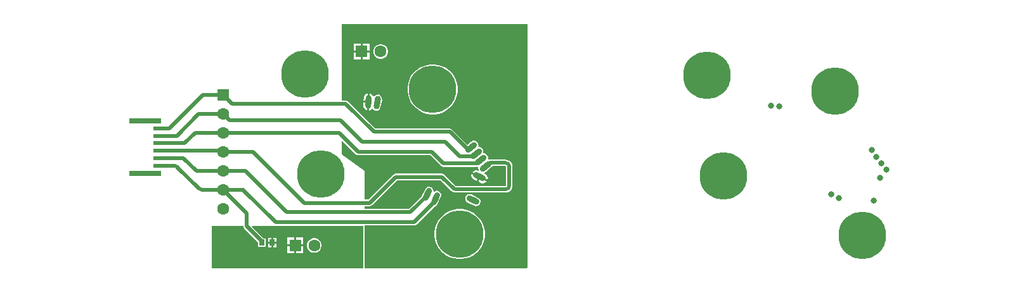
<source format=gtl>
G04*
G04 #@! TF.GenerationSoftware,Altium Limited,Altium Designer,22.6.1 (34)*
G04*
G04 Layer_Physical_Order=1*
G04 Layer_Color=255*
%FSLAX44Y44*%
%MOMM*%
G71*
G04*
G04 #@! TF.SameCoordinates,55340204-0453-48C6-9AD9-4A0BB80BD5D4*
G04*
G04*
G04 #@! TF.FilePolarity,Positive*
G04*
G01*
G75*
%ADD10C,0.5000*%
%ADD11R,0.6587X0.8121*%
%ADD12R,4.2000X0.7000*%
%ADD13R,2.0000X0.6000*%
%ADD14C,0.1000*%
%ADD15C,1.6000*%
%ADD16R,1.6000X1.6000*%
%ADD17R,1.6000X1.6000*%
G04:AMPARAMS|DCode=18|XSize=0.8mm|YSize=1.8mm|CornerRadius=0mm|HoleSize=0mm|Usage=FLASHONLY|Rotation=350.000|XOffset=0mm|YOffset=0mm|HoleType=Round|Shape=Round|*
%AMOVALD18*
21,1,1.0000,0.8000,0.0000,0.0000,80.0*
1,1,0.8000,-0.0868,-0.4924*
1,1,0.8000,0.0868,0.4924*
%
%ADD18OVALD18*%

G04:AMPARAMS|DCode=19|XSize=0.8mm|YSize=1.8mm|CornerRadius=0mm|HoleSize=0mm|Usage=FLASHONLY|Rotation=357.000|XOffset=0mm|YOffset=0mm|HoleType=Round|Shape=Round|*
%AMOVALD19*
21,1,1.0000,0.8000,0.0000,0.0000,87.0*
1,1,0.8000,-0.0262,-0.4993*
1,1,0.8000,0.0262,0.4993*
%
%ADD19OVALD19*%

G04:AMPARAMS|DCode=20|XSize=0.8mm|YSize=1.8mm|CornerRadius=0mm|HoleSize=0mm|Usage=FLASHONLY|Rotation=244.000|XOffset=0mm|YOffset=0mm|HoleType=Round|Shape=Round|*
%AMOVALD20*
21,1,1.0000,0.8000,0.0000,0.0000,334.0*
1,1,0.8000,-0.4494,0.2192*
1,1,0.8000,0.4494,-0.2192*
%
%ADD20OVALD20*%

G04:AMPARAMS|DCode=21|XSize=0.8mm|YSize=1.8mm|CornerRadius=0mm|HoleSize=0mm|Usage=FLASHONLY|Rotation=154.000|XOffset=0mm|YOffset=0mm|HoleType=Round|Shape=Round|*
%AMOVALD21*
21,1,1.0000,0.8000,0.0000,0.0000,244.0*
1,1,0.8000,0.2192,0.4494*
1,1,0.8000,-0.2192,-0.4494*
%
%ADD21OVALD21*%

G04:AMPARAMS|DCode=22|XSize=0.8mm|YSize=1.8mm|CornerRadius=0mm|HoleSize=0mm|Usage=FLASHONLY|Rotation=155.000|XOffset=0mm|YOffset=0mm|HoleType=Round|Shape=Round|*
%AMOVALD22*
21,1,1.0000,0.8000,0.0000,0.0000,245.0*
1,1,0.8000,0.2113,0.4532*
1,1,0.8000,-0.2113,-0.4532*
%
%ADD22OVALD22*%

G04:AMPARAMS|DCode=23|XSize=0.8mm|YSize=1.8mm|CornerRadius=0mm|HoleSize=0mm|Usage=FLASHONLY|Rotation=309.000|XOffset=0mm|YOffset=0mm|HoleType=Round|Shape=Round|*
%AMOVALD23*
21,1,1.0000,0.8000,0.0000,0.0000,39.0*
1,1,0.8000,-0.3886,-0.3147*
1,1,0.8000,0.3886,0.3147*
%
%ADD23OVALD23*%

G04:AMPARAMS|DCode=24|XSize=0.8mm|YSize=1.8mm|CornerRadius=0mm|HoleSize=0mm|Usage=FLASHONLY|Rotation=308.000|XOffset=0mm|YOffset=0mm|HoleType=Round|Shape=Round|*
%AMOVALD24*
21,1,1.0000,0.8000,0.0000,0.0000,38.0*
1,1,0.8000,-0.3940,-0.3078*
1,1,0.8000,0.3940,0.3078*
%
%ADD24OVALD24*%

G04:AMPARAMS|DCode=25|XSize=0.8mm|YSize=1.8mm|CornerRadius=0mm|HoleSize=0mm|Usage=FLASHONLY|Rotation=245.000|XOffset=0mm|YOffset=0mm|HoleType=Round|Shape=Round|*
%AMOVALD25*
21,1,1.0000,0.8000,0.0000,0.0000,335.0*
1,1,0.8000,-0.4532,0.2113*
1,1,0.8000,0.4532,-0.2113*
%
%ADD25OVALD25*%

%ADD26C,6.3500*%
%ADD27C,0.8000*%
G36*
X-224574Y-704D02*
X-223159Y-1650D01*
X-221490Y-1982D01*
X-124997D01*
X-110774Y-16204D01*
X-109359Y-17150D01*
X-107690Y-17482D01*
X-64850D01*
X-64771Y-17466D01*
X-63099Y-17246D01*
X-62160Y-17538D01*
X-61622Y-17488D01*
X-60832Y-18482D01*
X-61013Y-19033D01*
X-60843Y-21326D01*
X-60633Y-21743D01*
X-60684Y-21867D01*
X-61541Y-22762D01*
X-62757Y-22378D01*
X-64478Y-22303D01*
X-66159Y-22676D01*
X-67686Y-23471D01*
X-68956Y-24635D01*
X-69193Y-25007D01*
X-58835Y-29837D01*
X-48476Y-34667D01*
X-48344Y-34246D01*
X-48268Y-32526D01*
X-48641Y-30845D01*
X-49436Y-29317D01*
X-50600Y-28048D01*
X-52052Y-27123D01*
X-53221Y-26577D01*
X-53154Y-25208D01*
X-51539Y-24394D01*
X-43659Y-18237D01*
X-42233Y-16582D01*
X-33486Y-16582D01*
X-25041D01*
X-24440Y-16970D01*
X-24052Y-17571D01*
Y-42620D01*
X-25041Y-43258D01*
X-91133D01*
X-106406Y-27986D01*
X-106406Y-27986D01*
X-107821Y-27040D01*
X-109490Y-26708D01*
X-171340D01*
X-173009Y-27040D01*
X-174424Y-27986D01*
X-207897Y-61458D01*
X-212590D01*
Y-23120D01*
X-243590Y-1245D01*
Y16652D01*
X-242417Y17138D01*
X-224574Y-704D01*
D02*
G37*
G36*
X4610Y-152010D02*
X3210Y-153410D01*
X-212590D01*
Y-95982D01*
X-146890D01*
X-145221Y-95650D01*
X-143806Y-94704D01*
X-119326Y-70225D01*
X-118556Y-70106D01*
X-116591Y-68914D01*
X-115232Y-67060D01*
X-111006Y-57997D01*
X-110459Y-55764D01*
X-110809Y-53492D01*
X-112001Y-51527D01*
X-113855Y-50168D01*
X-116088Y-49622D01*
X-118360Y-49971D01*
X-119731Y-50803D01*
X-120164Y-50652D01*
X-120975Y-50073D01*
X-121243Y-48105D01*
X-122401Y-46119D01*
X-124231Y-44727D01*
X-126454Y-44142D01*
X-128731Y-44452D01*
X-130717Y-45610D01*
X-132108Y-47440D01*
X-136492Y-56428D01*
X-136537Y-56599D01*
X-153561Y-73623D01*
X-212590D01*
Y-70182D01*
X-206090D01*
X-204421Y-69850D01*
X-203006Y-68904D01*
X-169533Y-35432D01*
X-111297D01*
X-96773Y-49955D01*
X-96498Y-50139D01*
X-95322Y-51041D01*
X-93675Y-51724D01*
X-92318Y-51902D01*
X-91919Y-51982D01*
X-24674D01*
X-24587Y-51965D01*
X-22268Y-51659D01*
X-20011Y-50724D01*
X-18073Y-49237D01*
X-16586Y-47299D01*
X-15651Y-45042D01*
X-15339Y-42675D01*
X-15328Y-42620D01*
X-15328D01*
X-15328Y-42620D01*
Y-17220D01*
X-15339Y-17164D01*
X-15651Y-14798D01*
X-16586Y-12541D01*
X-18073Y-10603D01*
X-20011Y-9116D01*
X-22268Y-8181D01*
X-24634Y-7869D01*
X-24690Y-7858D01*
X-33486D01*
X-45065Y-7858D01*
X-45793Y-8003D01*
X-46568Y-7747D01*
X-47376Y-7807D01*
X-48166Y-6813D01*
X-47914Y-6001D01*
X-48124Y-3712D01*
X-49195Y-1678D01*
X-50962Y-208D01*
X-53157Y474D01*
X-53942Y401D01*
X-54733Y1395D01*
X-54439Y2287D01*
X-54609Y4580D01*
X-55644Y6632D01*
X-57385Y8133D01*
X-59568Y8853D01*
X-60267Y8801D01*
X-61223Y10003D01*
X-60914Y10999D01*
X-61124Y13288D01*
X-62195Y15322D01*
X-63962Y16792D01*
X-66157Y17473D01*
X-68446Y17263D01*
X-70480Y16193D01*
X-75594Y12052D01*
X-95806Y32264D01*
X-97221Y33210D01*
X-97334Y33232D01*
X-97450Y33310D01*
X-99119Y33642D01*
X-198583D01*
X-234130Y69188D01*
X-235545Y70134D01*
X-235649Y70155D01*
X-236331Y70610D01*
X-238000Y70942D01*
X-243590D01*
Y173490D01*
X4610D01*
Y-152010D01*
D02*
G37*
G36*
X-215090Y-153420D02*
X-416890D01*
Y-99520D01*
Y-96320D01*
X-374852D01*
Y-96920D01*
X-374520Y-98589D01*
X-373574Y-100004D01*
X-354862Y-118717D01*
Y-124859D01*
X-344719D01*
Y-113181D01*
X-348060D01*
X-363748Y-97493D01*
X-363262Y-96320D01*
X-215090D01*
Y-153420D01*
D02*
G37*
%LPC*%
G36*
X-70266Y-27309D02*
X-70399Y-27729D01*
X-70474Y-29450D01*
X-70101Y-31131D01*
X-69306Y-32658D01*
X-68143Y-33928D01*
X-66691Y-34853D01*
X-63310Y-36430D01*
X-61059Y-31602D01*
X-70266Y-27309D01*
D02*
G37*
G36*
X-58757Y-32676D02*
X-61008Y-37503D01*
X-57628Y-39079D01*
X-55985Y-39597D01*
X-54265Y-39672D01*
X-52584Y-39300D01*
X-51056Y-38504D01*
X-49787Y-37341D01*
X-49550Y-36969D01*
X-58757Y-32676D01*
D02*
G37*
G36*
X-206350Y147320D02*
X-215620D01*
Y138050D01*
X-206350D01*
Y147320D01*
D02*
G37*
G36*
X-218160D02*
X-227430D01*
Y138050D01*
X-218160D01*
Y147320D01*
D02*
G37*
G36*
X-190203Y146558D02*
X-192778D01*
X-195264Y145892D01*
X-197494Y144604D01*
X-199315Y142784D01*
X-200602Y140554D01*
X-201268Y138067D01*
Y135493D01*
X-200602Y133006D01*
X-199315Y130776D01*
X-197494Y128956D01*
X-195264Y127669D01*
X-192778Y127002D01*
X-190203D01*
X-187716Y127669D01*
X-185486Y128956D01*
X-183666Y130776D01*
X-182379Y133006D01*
X-181712Y135493D01*
Y138067D01*
X-182379Y140554D01*
X-183666Y142784D01*
X-185486Y144604D01*
X-187716Y145892D01*
X-190203Y146558D01*
D02*
G37*
G36*
X-206350Y135510D02*
X-215620D01*
Y126240D01*
X-206350D01*
Y135510D01*
D02*
G37*
G36*
X-218160D02*
X-227430D01*
Y126240D01*
X-218160D01*
Y135510D01*
D02*
G37*
G36*
X-208503Y80756D02*
X-208943Y80721D01*
X-210566Y80147D01*
X-211985Y79171D01*
X-213104Y77862D01*
X-213845Y76307D01*
X-214159Y74614D01*
X-214354Y70889D01*
X-209035Y70611D01*
X-208503Y80756D01*
D02*
G37*
G36*
X-214487Y68353D02*
X-214682Y64628D01*
X-214547Y62911D01*
X-213972Y61288D01*
X-212997Y59869D01*
X-211688Y58751D01*
X-210133Y58009D01*
X-209700Y57929D01*
X-209168Y68074D01*
X-214487Y68353D01*
D02*
G37*
G36*
X-205967Y80623D02*
X-206565Y69209D01*
X-207163Y57796D01*
X-206723Y57831D01*
X-205100Y58405D01*
X-203681Y59381D01*
X-203340Y59780D01*
X-203040Y59839D01*
X-201729Y59711D01*
X-200403Y58442D01*
X-198260Y57609D01*
X-195962Y57659D01*
X-193858Y58585D01*
X-192269Y60245D01*
X-191436Y62387D01*
X-189699Y72235D01*
X-189749Y74534D01*
X-190675Y76638D01*
X-192336Y78227D01*
X-194478Y79060D01*
X-196776Y79010D01*
X-198880Y78084D01*
X-200163Y76744D01*
X-201372Y76854D01*
X-201585Y76955D01*
X-201694Y77264D01*
X-202669Y78683D01*
X-203979Y79801D01*
X-205533Y80543D01*
X-205967Y80623D01*
D02*
G37*
G36*
X-119452Y119608D02*
X-124729D01*
X-129941Y118782D01*
X-134960Y117152D01*
X-139663Y114756D01*
X-143932Y111654D01*
X-147664Y107922D01*
X-150766Y103652D01*
X-153162Y98950D01*
X-154793Y93931D01*
X-155618Y88719D01*
Y83441D01*
X-154793Y78229D01*
X-153162Y73210D01*
X-150766Y68507D01*
X-147664Y64238D01*
X-143932Y60506D01*
X-139663Y57404D01*
X-134960Y55008D01*
X-129941Y53377D01*
X-124729Y52552D01*
X-119452D01*
X-114239Y53377D01*
X-109220Y55008D01*
X-104518Y57404D01*
X-100248Y60506D01*
X-96516Y64238D01*
X-93414Y68507D01*
X-91018Y73210D01*
X-89388Y78229D01*
X-88562Y83441D01*
Y88719D01*
X-89388Y93931D01*
X-91018Y98950D01*
X-93414Y103652D01*
X-96516Y107922D01*
X-100248Y111654D01*
X-104518Y114756D01*
X-109220Y117152D01*
X-114239Y118782D01*
X-119452Y119608D01*
D02*
G37*
G36*
X-72528Y-54063D02*
X-74806Y-54373D01*
X-76791Y-55531D01*
X-78183Y-57361D01*
X-78768Y-59584D01*
X-78458Y-61861D01*
X-77300Y-63847D01*
X-75470Y-65238D01*
X-66482Y-69622D01*
X-64260Y-70207D01*
X-61982Y-69897D01*
X-59996Y-68739D01*
X-58605Y-66909D01*
X-58020Y-64687D01*
X-58330Y-62409D01*
X-59488Y-60423D01*
X-61317Y-59032D01*
X-70305Y-54648D01*
X-72528Y-54063D01*
D02*
G37*
G36*
X-83351Y-73992D02*
X-88629D01*
X-93841Y-74818D01*
X-98860Y-76448D01*
X-103563Y-78844D01*
X-107832Y-81946D01*
X-111564Y-85678D01*
X-114666Y-89948D01*
X-117062Y-94650D01*
X-118693Y-99669D01*
X-119518Y-104881D01*
Y-110159D01*
X-118693Y-115371D01*
X-117062Y-120390D01*
X-114666Y-125092D01*
X-111564Y-129362D01*
X-107832Y-133094D01*
X-103563Y-136196D01*
X-98860Y-138592D01*
X-93841Y-140223D01*
X-88629Y-141048D01*
X-83351D01*
X-78139Y-140223D01*
X-73120Y-138592D01*
X-68418Y-136196D01*
X-64148Y-133094D01*
X-60416Y-129362D01*
X-57314Y-125092D01*
X-54918Y-120390D01*
X-53288Y-115371D01*
X-52462Y-110159D01*
Y-104881D01*
X-53288Y-99669D01*
X-54918Y-94650D01*
X-57314Y-89948D01*
X-60416Y-85678D01*
X-64148Y-81946D01*
X-68418Y-78844D01*
X-73120Y-76448D01*
X-78139Y-74818D01*
X-83351Y-73992D01*
D02*
G37*
G36*
X-330422Y-112420D02*
X-334986D01*
Y-117750D01*
X-330422D01*
Y-112420D01*
D02*
G37*
G36*
X-337526D02*
X-342089D01*
Y-117750D01*
X-337526D01*
Y-112420D01*
D02*
G37*
G36*
X-295050Y-112180D02*
X-304320D01*
Y-121450D01*
X-295050D01*
Y-112180D01*
D02*
G37*
G36*
X-306860D02*
X-316130D01*
Y-121450D01*
X-306860D01*
Y-112180D01*
D02*
G37*
G36*
X-330422Y-120290D02*
X-334986D01*
Y-125621D01*
X-330422D01*
Y-120290D01*
D02*
G37*
G36*
X-337526D02*
X-342089D01*
Y-125621D01*
X-337526D01*
Y-120290D01*
D02*
G37*
G36*
X-278903Y-112942D02*
X-281478D01*
X-283964Y-113608D01*
X-286194Y-114895D01*
X-288015Y-116716D01*
X-289302Y-118946D01*
X-289968Y-121433D01*
Y-124007D01*
X-289302Y-126494D01*
X-288015Y-128724D01*
X-286194Y-130544D01*
X-283964Y-131832D01*
X-281478Y-132498D01*
X-278903D01*
X-276416Y-131832D01*
X-274186Y-130544D01*
X-272366Y-128724D01*
X-271079Y-126494D01*
X-270412Y-124007D01*
Y-121433D01*
X-271079Y-118946D01*
X-272366Y-116716D01*
X-274186Y-114895D01*
X-276416Y-113608D01*
X-278903Y-112942D01*
D02*
G37*
G36*
X-295050Y-123990D02*
X-304320D01*
Y-133260D01*
X-295050D01*
Y-123990D01*
D02*
G37*
G36*
X-306860D02*
X-316130D01*
Y-133260D01*
X-306860D01*
Y-123990D01*
D02*
G37*
%LPD*%
D10*
X-375390Y-48120D02*
G03*
X-375144Y-48166I1042J4890D01*
G01*
X-93689Y-46871D02*
G03*
X-91919Y-47620I1782J1745D01*
G01*
X-24674D02*
G03*
X-19690Y-42620I-16J5000D01*
G01*
X-19690Y-17220D02*
G03*
X-24690Y-12220I-5000J0D01*
G01*
X-64850Y-13120D02*
G03*
X-61326Y-11655I-12J5000D01*
G01*
X-463208Y-17502D02*
G03*
X-466761Y-16020I-3553J-3518D01*
G01*
X-434041Y-46669D02*
G03*
X-430535Y-48120I3522J3549D01*
G01*
X-403390Y3980D02*
X-402191Y2780D01*
X-484790Y3980D02*
X-403390D01*
X-393390Y44880D02*
X-245090Y44880D01*
X-217655Y17444D01*
X-317026Y-77984D02*
X-151754D01*
X-402190Y-22620D02*
X-372390D01*
X-317026Y-77984D01*
X-361990Y2680D02*
X-361990D01*
X-293490Y-65820D01*
X-361990Y2680D02*
X-361990Y2680D01*
X-402140Y2680D02*
X-361990D01*
X-331690Y-91620D02*
X-146890D01*
X-375144Y-48166D02*
X-375144D01*
X-331690Y-91620D01*
X-377261Y-48120D02*
X-375390Y-48120D01*
X-402140Y-48120D02*
X-377261D01*
X-146890Y-91620D02*
X-120640Y-65370D01*
X-151754Y-77984D02*
X-127690Y-53920D01*
Y-51849D02*
X-127690Y-51820D01*
X-127690Y-53920D02*
Y-51849D01*
X-98890Y29180D02*
X-76240Y6530D01*
X-99119Y29280D02*
X-99019Y29180D01*
X-98890D01*
X-200390Y29280D02*
X-99119D01*
X-75930Y5895D02*
X-73525D01*
X-72890Y6530D01*
X-107490Y15980D02*
X-105369Y15930D01*
X-217655Y17444D02*
X-216190Y15980D01*
X-107490D01*
X-105369Y15930D02*
X-86238Y-3201D01*
X-69552D01*
X-68321Y-1970D01*
X-66640D01*
X-107690Y-13120D02*
X-64850D01*
X-122990Y2180D02*
X-107690Y-13120D01*
X-221490Y2380D02*
X-123290D01*
X-394904Y27480D02*
X-246590D01*
X-221490Y2380D01*
X-237214Y66104D02*
X-200390Y29280D01*
X-389791Y66580D02*
X-238000D01*
X-402140Y53480D02*
X-393605Y44945D01*
X-389891Y66680D02*
X-389690D01*
X-402191Y78980D02*
X-389891Y66680D01*
X-474090Y33980D02*
X-429090Y78980D01*
X-402191D01*
X-489790Y33980D02*
X-474090D01*
X-206090Y-65820D02*
X-171340Y-31070D01*
X-293490Y-65820D02*
X-206090D01*
X-91919Y-47620D02*
X-24674D01*
X-171340Y-31070D02*
X-109490D01*
X-93689Y-46871D01*
X-53790Y-18620D02*
X-45990Y-12620D01*
X-33486Y-12220D02*
X-24690D01*
X-45065Y-12220D02*
X-33486Y-12220D01*
X-349690Y-118420D02*
Y-117720D01*
X-430535Y-48120D02*
X-402290D01*
X-370490Y-96920D02*
X-349690Y-117720D01*
X-370490Y-96920D02*
Y-79770D01*
X-402140Y-48120D02*
X-370490Y-79770D01*
X-19690Y-42620D02*
Y-17220D01*
X-61326Y-11655D02*
X-60140Y-10470D01*
X-335923Y-117987D02*
Y-117220D01*
X-434690Y53280D02*
X-404490D01*
X-463991Y23980D02*
X-434690Y53280D01*
X-489790Y-6020D02*
X-454790D01*
X-117290Y-57120D02*
X-116489Y-55402D01*
X-116922Y-55200D02*
X-116489Y-55402D01*
X-430535Y-48120D02*
X-430535D01*
X-489790Y-16020D02*
X-466761D01*
X-463208Y-17502D02*
X-434041Y-46669D01*
X-454790Y-6020D02*
X-437690Y-23120D01*
X-402290D01*
X-439090Y28080D02*
X-405190D01*
X-403890Y26780D01*
X-453190Y13980D02*
X-439090Y28080D01*
X-489790Y13980D02*
X-453190D01*
X-489790Y23980D02*
X-463991D01*
D11*
X-349790Y-119020D02*
D03*
X-336256Y-119020D02*
D03*
D12*
X-505790Y-26020D02*
D03*
X-505790Y43980D02*
D03*
D13*
X-484790Y-16020D02*
D03*
X-484790Y-6020D02*
D03*
X-484790Y3980D02*
D03*
X-484790Y13980D02*
D03*
X-484790Y23980D02*
D03*
X-484790Y33980D02*
D03*
D14*
X623570Y191770D02*
D03*
X633730Y191770D02*
D03*
X-654050Y195580D02*
D03*
X-633732Y195850D02*
D03*
X-643890Y195580D02*
D03*
X-623573Y195850D02*
D03*
X-613415D02*
D03*
X-664210Y195580D02*
D03*
X582930Y-176530D02*
D03*
X101600Y191770D02*
D03*
X121920Y191770D02*
D03*
X111760Y191770D02*
D03*
X132080D02*
D03*
X142240Y191770D02*
D03*
X48260Y191770D02*
D03*
X68580D02*
D03*
X58420Y191770D02*
D03*
X78740Y191770D02*
D03*
X88900Y191770D02*
D03*
X100330Y-176530D02*
D03*
X120650D02*
D03*
X110490D02*
D03*
X130810D02*
D03*
X140970D02*
D03*
X48260D02*
D03*
X68580D02*
D03*
X58420D02*
D03*
X78740D02*
D03*
X88900D02*
D03*
X635000D02*
D03*
X624840Y-176530D02*
D03*
X604520Y-176530D02*
D03*
X614680Y-176530D02*
D03*
X594360D02*
D03*
X-666747Y-176530D02*
D03*
X612140Y191770D02*
D03*
X591820Y191770D02*
D03*
X601980Y191770D02*
D03*
X581660Y191770D02*
D03*
X-614685Y-176530D02*
D03*
X-624843D02*
D03*
X-645160D02*
D03*
X-635002D02*
D03*
X-655319D02*
D03*
X-595630Y-8891D02*
D03*
X-595630Y11430D02*
D03*
X-595630Y1270D02*
D03*
X-595630Y21590D02*
D03*
X-595629Y31750D02*
D03*
X562610Y31751D02*
D03*
X562610Y11430D02*
D03*
X562610Y21590D02*
D03*
X562610Y1270D02*
D03*
X562609Y-8890D02*
D03*
X473711Y194310D02*
D03*
X453390Y194310D02*
D03*
X463550Y194310D02*
D03*
X443230Y194310D02*
D03*
X433070Y194310D02*
D03*
X284480Y194310D02*
D03*
X264160Y194310D02*
D03*
X274320Y194310D02*
D03*
X254000Y194310D02*
D03*
X243840Y194310D02*
D03*
X25400Y31750D02*
D03*
Y11430D02*
D03*
X25400Y21590D02*
D03*
X25400Y1270D02*
D03*
Y-8890D02*
D03*
X162560Y31750D02*
D03*
Y11430D02*
D03*
X162560Y21590D02*
D03*
X162560Y1270D02*
D03*
Y-8890D02*
D03*
X473710Y-176530D02*
D03*
X453390D02*
D03*
X463550D02*
D03*
X443230D02*
D03*
X433070D02*
D03*
X284480D02*
D03*
X264160D02*
D03*
X274320D02*
D03*
X254000D02*
D03*
X243840D02*
D03*
X-107950D02*
D03*
X-128270D02*
D03*
X-118110D02*
D03*
X-138430D02*
D03*
X-148590D02*
D03*
X-444500D02*
D03*
X-464820D02*
D03*
X-454660D02*
D03*
X-474980D02*
D03*
X-485140D02*
D03*
X-107950Y195580D02*
D03*
X-128270D02*
D03*
X-118110D02*
D03*
X-138430D02*
D03*
X-148590D02*
D03*
X-444500D02*
D03*
X-464820D02*
D03*
X-454660D02*
D03*
X-474980D02*
D03*
X-485140D02*
D03*
D15*
X-280190Y-122720D02*
D03*
X-402191Y53580D02*
D03*
Y28180D02*
D03*
Y2780D02*
D03*
Y-22620D02*
D03*
Y-48020D02*
D03*
Y-73420D02*
D03*
X-191490Y136780D02*
D03*
D16*
X-305590Y-122720D02*
D03*
X-216890Y136780D02*
D03*
D17*
X-402191Y78980D02*
D03*
D18*
X-196369Y68334D02*
D03*
D19*
X-207833Y69276D02*
D03*
D20*
X-68394Y-62135D02*
D03*
D21*
X-129005Y-54516D02*
D03*
D22*
X-118458Y-60039D02*
D03*
D23*
X-70659Y8468D02*
D03*
X-57659Y-8532D02*
D03*
D24*
X-64226Y-73D02*
D03*
X-51226Y-16673D02*
D03*
D25*
X-59371Y-30988D02*
D03*
D26*
X-122090Y86080D02*
D03*
X-85990Y-107520D02*
D03*
X-270990Y-27320D02*
D03*
X-292990Y106680D02*
D03*
X266370Y-29550D02*
D03*
X415370Y83750D02*
D03*
X451470Y-109650D02*
D03*
X244570Y104550D02*
D03*
D27*
X470570Y-4050D02*
D03*
X484070Y-21250D02*
D03*
X464070Y4750D02*
D03*
X409870Y-54050D02*
D03*
X420370Y-59550D02*
D03*
X340670Y63150D02*
D03*
X475470Y-31950D02*
D03*
X466470Y-63050D02*
D03*
X477370Y-12550D02*
D03*
X329570Y64050D02*
D03*
M02*

</source>
